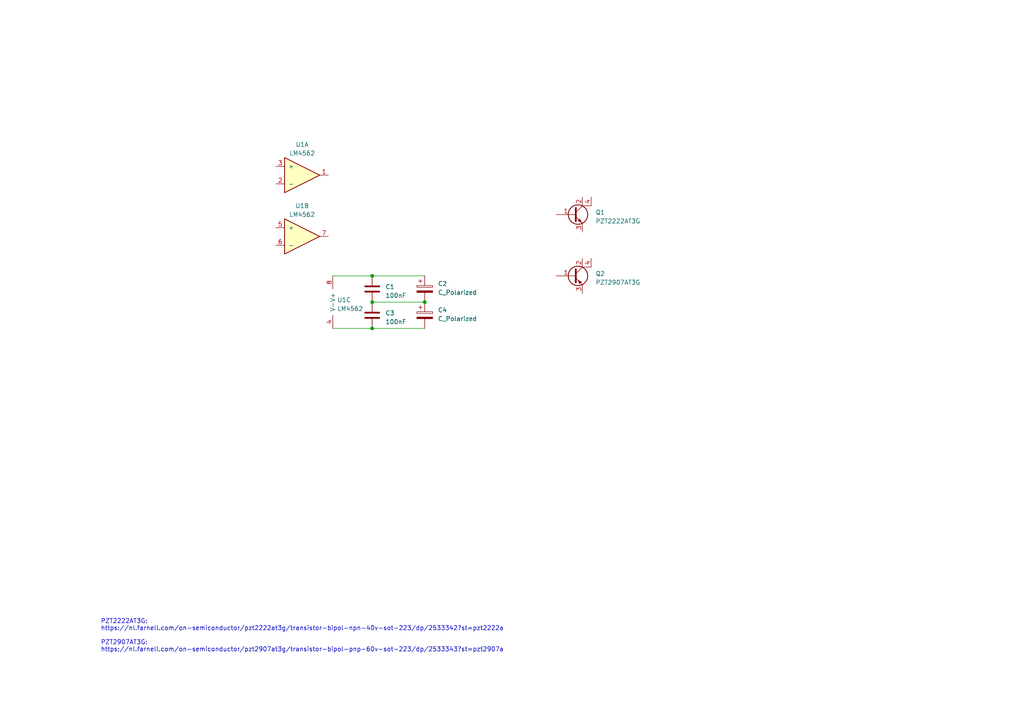
<source format=kicad_sch>
(kicad_sch (version 20230121) (generator eeschema)
  (paper "A4")
  (lib_symbols
    (symbol "Audio_DSP:LM4562" (pin_names (offset 1.016))
      (property "Reference" "U" (at 1.27 6.35 0))
      (property "Value" "LM4562" (at 3.81 3.81 0))
      (symbol "LM4562_1_1"
        (polyline (pts (xy -3.81 5.08) (xy 6.35 0) (xy -3.81 -5.08) (xy -3.81 5.08)) (stroke (width 0.254)) (fill (type background)))
        (pin output line (at 8.89 0 180) (length 2.54) (name "~") (number "1"))
        (pin input line (at -6.35 -2.54 0) (length 2.54) (name "-") (number "2"))
        (pin input line (at -6.35 2.54 0) (length 2.54) (name "+") (number "3"))
      )
      (symbol "LM4562_2_1"
        (polyline (pts (xy -3.81 5.08) (xy 6.35 0) (xy -3.81 -5.08) (xy -3.81 5.08)) (stroke (width 0.254)) (fill (type background)))
        (pin input line (at -6.35 2.54 0) (length 2.54) (name "+") (number "5"))
        (pin input line (at -6.35 -2.54 0) (length 2.54) (name "-") (number "6"))
        (pin output line (at 8.89 0 180) (length 2.54) (name "~") (number "7"))
      )
      (symbol "LM4562_3_1"
        (pin power_in line (at 0 -7.62 90) (length 3.81) (name "V-") (number "4"))
        (pin power_in line (at 0 7.62 270) (length 3.81) (name "V+") (number "8"))
      )
    )
    (symbol "Audio_DSP:PZT2222AT3G"
      (property "Reference" "Q" (at 6.35 1.27 0))
      (property "Value" "PZT2222AT3G" (at 11.43 -1.27 0))
      (symbol "PZT2222AT3G_0_1"
        (polyline (pts (xy -0.635 0.635) (xy 1.27 2.54)))
        (polyline (pts (xy 1.27 2.54) (xy 3.81 2.54)))
        (polyline (pts (xy -0.635 -0.635) (xy 1.27 -2.54) (xy 1.27 -2.54)))
        (polyline (pts (xy -0.635 1.905) (xy -0.635 -1.905) (xy -0.635 -1.905)) (stroke (width 0.508)))
        (polyline (pts (xy 0 -1.778) (xy 0.508 -1.27) (xy 1.016 -2.286) (xy 0 -1.778) (xy 0 -1.778)) (fill (type outline)))
        (circle (center 0 0) (radius 2.8194) (stroke (width 0.254)))
      )
      (symbol "PZT2222AT3G_1_1"
        (pin input line (at -6.35 0 0) (length 5.715) (name "") (number "1"))
        (pin passive line (at 1.27 5.08 270) (length 2.54) (name "") (number "2"))
        (pin passive line (at 1.27 -5.08 90) (length 2.54) (name "") (number "3"))
        (pin passive line (at 3.81 5.08 270) (length 2.54) (name "") (number "4"))
      )
    )
    (symbol "Audio_DSP:PZT2907AT3G"
      (property "Reference" "Q" (at 6.35 1.27 0))
      (property "Value" "PZT2907AT3G" (at 11.43 -1.27 0))
      (symbol "PZT2907AT3G_0_1"
        (polyline (pts (xy -0.635 0.635) (xy 1.27 2.54)))
        (polyline (pts (xy 1.27 2.54) (xy 3.81 2.54)))
        (polyline (pts (xy -0.635 -0.635) (xy 1.27 -2.54) (xy 1.27 -2.54)))
        (polyline (pts (xy -0.635 1.905) (xy -0.635 -1.905) (xy -0.635 -1.905)) (stroke (width 0.508)))
        (polyline (pts (xy 1.016 -1.778) (xy 0.508 -2.286) (xy 0 -1.27) (xy 1.016 -1.778) (xy 1.016 -1.778)) (fill (type outline)))
        (circle (center 0 0) (radius 2.8194) (stroke (width 0.254)))
      )
      (symbol "PZT2907AT3G_1_1"
        (pin input line (at -6.35 0 0) (length 5.715) (name "") (number "1"))
        (pin passive line (at 1.27 5.08 270) (length 2.54) (name "") (number "2"))
        (pin passive line (at 1.27 -5.08 90) (length 2.54) (name "") (number "3"))
        (pin passive line (at 3.81 5.08 270) (length 2.54) (name "") (number "4"))
      )
    )
    (symbol "Device:C" (pin_numbers hide) (pin_names (offset 0.254))
      (property "Reference" "C" (at 0.635 2.54 0))
      (property "Value" "C" (at 0.635 -2.54 0))
      (symbol "C_0_1"
        (polyline (pts (xy -2.032 -0.762) (xy 2.032 -0.762)) (stroke (width 0.508)))
        (polyline (pts (xy -2.032 0.762) (xy 2.032 0.762)) (stroke (width 0.508)))
      )
      (symbol "C_1_1"
        (pin passive line (at 0 3.81 270) (length 2.794) (name "~") (number "1"))
        (pin passive line (at 0 -3.81 90) (length 2.794) (name "~") (number "2"))
      )
    )
    (symbol "Device:C_Polarized" (pin_numbers hide) (pin_names (offset 0.254))
      (property "Reference" "C" (at 0.635 2.54 0))
      (property "Value" "C_Polarized" (at 0.635 -2.54 0))
      (symbol "C_Polarized_0_1"
        (rectangle (start -2.286 0.508) (end 2.286 1.016))
        (polyline (pts (xy -1.778 2.286) (xy -0.762 2.286)))
        (polyline (pts (xy -1.27 2.794) (xy -1.27 1.778)))
        (rectangle (start 2.286 -0.508) (end -2.286 -1.016) (fill (type outline)))
      )
      (symbol "C_Polarized_1_1"
        (pin passive line (at 0 3.81 270) (length 2.794) (name "~") (number "1"))
        (pin passive line (at 0 -3.81 90) (length 2.794) (name "~") (number "2"))
      )
    )
  )
  (junction (at 123.19 87.63))
  (junction (at 107.95 95.25))
  (junction (at 107.95 80.01))
  (junction (at 107.95 87.63))
  (wire (pts (xy 96.52 95.25) (xy 107.95 95.25)))
  (wire (pts (xy 107.95 87.63) (xy 123.19 87.63)))
  (wire (pts (xy 96.52 80.01) (xy 107.95 80.01)))
  (wire (pts (xy 107.95 95.25) (xy 123.19 95.25)))
  (wire (pts (xy 107.95 80.01) (xy 123.19 80.01)))
  (text "PZT2222AT3G:\nhttps://nl.farnell.com/on-semiconductor/pzt2222at3g/transistor-bipol-npn-40v-sot-223/dp/2533342?st=pzt2222a\n \nPZT2907AT3G:\nhttps://nl.farnell.com/on-semiconductor/pzt2907at3g/transistor-bipol-pnp-60v-sot-223/dp/2533343?st=pzt2907a" (at 29.21 189.23 0) (effects (font (size 1.27 1.27)) (justify left bottom)))
  (symbol (lib_id "Audio_DSP:LM4562") (at 86.36 50.8 0) (unit 1)
    (property "Reference" "U1" (at 87.63 41.91 0))
    (property "Value" "LM4562" (at 87.63 44.45 0))
    (property "Footprint" "Package_SO:SOIC-8_3.9x4.9mm_P1.27mm" (effects hide))
    (property "Datasheet" "https://nl.farnell.com/texas-instruments/lm4562max-nopb/audio-amplifier-55mhz-20v-us-soic/dp/3004534?st=lm4562" (effects hide))
  )
  (symbol (lib_id "Device:C") (at 107.95 91.44 0) (unit 1)
    (property "Reference" "C3" (at 111.76 90.805 0) (effects (justify left)))
    (property "Value" "100nF" (at 111.76 93.345 0) (effects (justify left)))
  )
  (symbol (lib_id "Device:C") (at 107.95 83.82 0) (unit 1)
    (property "Reference" "C1" (at 111.76 83.185 0) (effects (justify left)))
    (property "Value" "100nF" (at 111.76 85.725 0) (effects (justify left)))
  )
  (symbol (lib_id "Audio_DSP:PZT2222AT3G") (at 167.64 62.23 0) (unit 1)
    (property "Reference" "Q1" (at 172.72 61.595 0) (effects (justify left)))
    (property "Value" "PZT2222AT3G" (at 172.72 64.135 0) (effects (justify left)))
    (property "Footprint" "Package_TO_SOT_SMD:SOT-223" (effects hide))
    (property "Datasheet" "https://nl.farnell.com/on-semiconductor/pzt2222at3g/transistor-bipol-npn-40v-sot-223/dp/2533342?st=pzt2222a" (effects hide))
  )
  (symbol (lib_id "Audio_DSP:LM4562") (at 96.52 87.63 0) (unit 3)
    (property "Reference" "U1" (at 97.79 86.995 0) (effects (justify left)))
    (property "Value" "LM4562" (at 97.79 89.535 0) (effects (justify left)))
    (property "Footprint" "Package_SO:SOIC-8_3.9x4.9mm_P1.27mm" (effects hide))
    (property "Datasheet" "https://nl.farnell.com/texas-instruments/lm4562max-nopb/audio-amplifier-55mhz-20v-us-soic/dp/3004534?st=lm4562" (effects hide))
  )
  (symbol (lib_id "Device:C_Polarized") (at 123.19 91.44 0) (unit 1)
    (property "Reference" "C4" (at 127 89.916 0) (effects (justify left)))
    (property "Value" "C_Polarized" (at 127 92.456 0) (effects (justify left)))
  )
  (symbol (lib_id "Audio_DSP:PZT2907AT3G") (at 167.64 80.01 0) (unit 1)
    (property "Reference" "Q2" (at 172.72 79.375 0) (effects (justify left)))
    (property "Value" "PZT2907AT3G" (at 172.72 81.915 0) (effects (justify left)))
    (property "Footprint" "Package_TO_SOT_SMD:SOT-223" (effects hide))
    (property "Datasheet" "https://nl.farnell.com/on-semiconductor/pzt2907at3g/transistor-bipol-pnp-60v-sot-223/dp/2533343?st=pzt2907a" (effects hide))
  )
  (symbol (lib_id "Audio_DSP:LM4562") (at 86.36 68.58 0) (unit 2)
    (property "Reference" "U1" (at 87.63 59.69 0))
    (property "Value" "LM4562" (at 87.63 62.23 0))
    (property "Footprint" "Package_SO:SOIC-8_3.9x4.9mm_P1.27mm" (effects hide))
    (property "Datasheet" "https://nl.farnell.com/texas-instruments/lm4562max-nopb/audio-amplifier-55mhz-20v-us-soic/dp/3004534?st=lm4562" (effects hide))
  )
  (symbol (lib_id "Device:C_Polarized") (at 123.19 83.82 0) (unit 1)
    (property "Reference" "C2" (at 127 82.296 0) (effects (justify left)))
    (property "Value" "C_Polarized" (at 127 84.836 0) (effects (justify left)))
  )
)
</source>
